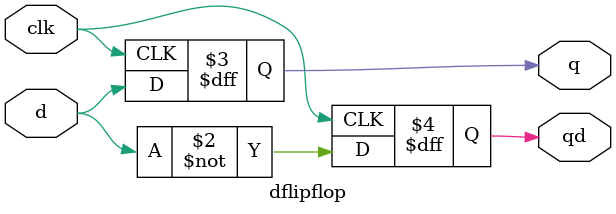
<source format=v>
`timescale 1ns / 1ps


module dflipflop(
input d,clk,
output reg q,qd

    );
    

always @(posedge clk)
begin
q<=d;
qd<=~d;
end
endmodule

</source>
